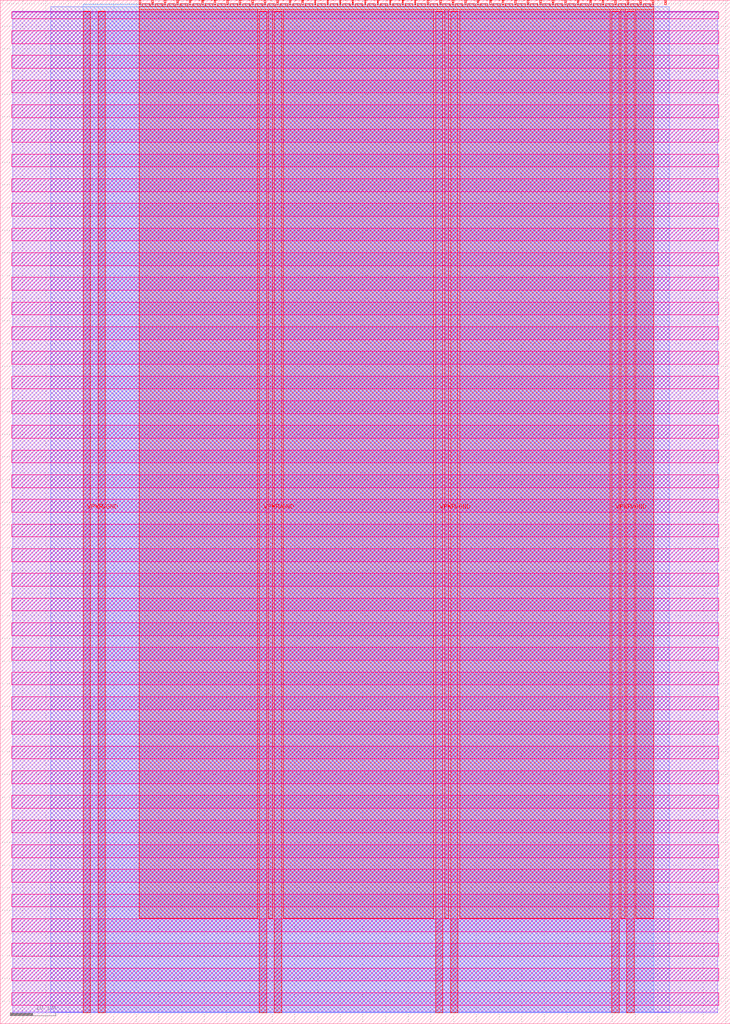
<source format=lef>
VERSION 5.7 ;
  NOWIREEXTENSIONATPIN ON ;
  DIVIDERCHAR "/" ;
  BUSBITCHARS "[]" ;
MACRO tt_um_yuri_panchul_schoolriscv_cpu_with_fibonacci_program
  CLASS BLOCK ;
  FOREIGN tt_um_yuri_panchul_schoolriscv_cpu_with_fibonacci_program ;
  ORIGIN 0.000 0.000 ;
  SIZE 161.000 BY 225.760 ;
  PIN VGND
    DIRECTION INOUT ;
    USE GROUND ;
    PORT
      LAYER met4 ;
        RECT 21.580 2.480 23.180 223.280 ;
    END
    PORT
      LAYER met4 ;
        RECT 60.450 2.480 62.050 223.280 ;
    END
    PORT
      LAYER met4 ;
        RECT 99.320 2.480 100.920 223.280 ;
    END
    PORT
      LAYER met4 ;
        RECT 138.190 2.480 139.790 223.280 ;
    END
  END VGND
  PIN VPWR
    DIRECTION INOUT ;
    USE POWER ;
    PORT
      LAYER met4 ;
        RECT 18.280 2.480 19.880 223.280 ;
    END
    PORT
      LAYER met4 ;
        RECT 57.150 2.480 58.750 223.280 ;
    END
    PORT
      LAYER met4 ;
        RECT 96.020 2.480 97.620 223.280 ;
    END
    PORT
      LAYER met4 ;
        RECT 134.890 2.480 136.490 223.280 ;
    END
  END VPWR
  PIN clk
    DIRECTION INPUT ;
    USE SIGNAL ;
    ANTENNAGATEAREA 0.852000 ;
    PORT
      LAYER met4 ;
        RECT 143.830 224.760 144.130 225.760 ;
    END
  END clk
  PIN ena
    DIRECTION INPUT ;
    USE SIGNAL ;
    PORT
      LAYER met4 ;
        RECT 146.590 224.760 146.890 225.760 ;
    END
  END ena
  PIN rst_n
    DIRECTION INPUT ;
    USE SIGNAL ;
    ANTENNAGATEAREA 0.196500 ;
    PORT
      LAYER met4 ;
        RECT 141.070 224.760 141.370 225.760 ;
    END
  END rst_n
  PIN ui_in[0]
    DIRECTION INPUT ;
    USE SIGNAL ;
    PORT
      LAYER met4 ;
        RECT 138.310 224.760 138.610 225.760 ;
    END
  END ui_in[0]
  PIN ui_in[1]
    DIRECTION INPUT ;
    USE SIGNAL ;
    PORT
      LAYER met4 ;
        RECT 135.550 224.760 135.850 225.760 ;
    END
  END ui_in[1]
  PIN ui_in[2]
    DIRECTION INPUT ;
    USE SIGNAL ;
    PORT
      LAYER met4 ;
        RECT 132.790 224.760 133.090 225.760 ;
    END
  END ui_in[2]
  PIN ui_in[3]
    DIRECTION INPUT ;
    USE SIGNAL ;
    PORT
      LAYER met4 ;
        RECT 130.030 224.760 130.330 225.760 ;
    END
  END ui_in[3]
  PIN ui_in[4]
    DIRECTION INPUT ;
    USE SIGNAL ;
    PORT
      LAYER met4 ;
        RECT 127.270 224.760 127.570 225.760 ;
    END
  END ui_in[4]
  PIN ui_in[5]
    DIRECTION INPUT ;
    USE SIGNAL ;
    PORT
      LAYER met4 ;
        RECT 124.510 224.760 124.810 225.760 ;
    END
  END ui_in[5]
  PIN ui_in[6]
    DIRECTION INPUT ;
    USE SIGNAL ;
    PORT
      LAYER met4 ;
        RECT 121.750 224.760 122.050 225.760 ;
    END
  END ui_in[6]
  PIN ui_in[7]
    DIRECTION INPUT ;
    USE SIGNAL ;
    PORT
      LAYER met4 ;
        RECT 118.990 224.760 119.290 225.760 ;
    END
  END ui_in[7]
  PIN uio_in[0]
    DIRECTION INPUT ;
    USE SIGNAL ;
    PORT
      LAYER met4 ;
        RECT 116.230 224.760 116.530 225.760 ;
    END
  END uio_in[0]
  PIN uio_in[1]
    DIRECTION INPUT ;
    USE SIGNAL ;
    PORT
      LAYER met4 ;
        RECT 113.470 224.760 113.770 225.760 ;
    END
  END uio_in[1]
  PIN uio_in[2]
    DIRECTION INPUT ;
    USE SIGNAL ;
    PORT
      LAYER met4 ;
        RECT 110.710 224.760 111.010 225.760 ;
    END
  END uio_in[2]
  PIN uio_in[3]
    DIRECTION INPUT ;
    USE SIGNAL ;
    PORT
      LAYER met4 ;
        RECT 107.950 224.760 108.250 225.760 ;
    END
  END uio_in[3]
  PIN uio_in[4]
    DIRECTION INPUT ;
    USE SIGNAL ;
    PORT
      LAYER met4 ;
        RECT 105.190 224.760 105.490 225.760 ;
    END
  END uio_in[4]
  PIN uio_in[5]
    DIRECTION INPUT ;
    USE SIGNAL ;
    PORT
      LAYER met4 ;
        RECT 102.430 224.760 102.730 225.760 ;
    END
  END uio_in[5]
  PIN uio_in[6]
    DIRECTION INPUT ;
    USE SIGNAL ;
    PORT
      LAYER met4 ;
        RECT 99.670 224.760 99.970 225.760 ;
    END
  END uio_in[6]
  PIN uio_in[7]
    DIRECTION INPUT ;
    USE SIGNAL ;
    PORT
      LAYER met4 ;
        RECT 96.910 224.760 97.210 225.760 ;
    END
  END uio_in[7]
  PIN uio_oe[0]
    DIRECTION OUTPUT ;
    USE SIGNAL ;
    ANTENNADIFFAREA 0.445500 ;
    PORT
      LAYER met4 ;
        RECT 49.990 224.760 50.290 225.760 ;
    END
  END uio_oe[0]
  PIN uio_oe[1]
    DIRECTION OUTPUT ;
    USE SIGNAL ;
    ANTENNADIFFAREA 0.445500 ;
    PORT
      LAYER met4 ;
        RECT 47.230 224.760 47.530 225.760 ;
    END
  END uio_oe[1]
  PIN uio_oe[2]
    DIRECTION OUTPUT ;
    USE SIGNAL ;
    ANTENNADIFFAREA 0.445500 ;
    PORT
      LAYER met4 ;
        RECT 44.470 224.760 44.770 225.760 ;
    END
  END uio_oe[2]
  PIN uio_oe[3]
    DIRECTION OUTPUT ;
    USE SIGNAL ;
    ANTENNADIFFAREA 0.445500 ;
    PORT
      LAYER met4 ;
        RECT 41.710 224.760 42.010 225.760 ;
    END
  END uio_oe[3]
  PIN uio_oe[4]
    DIRECTION OUTPUT ;
    USE SIGNAL ;
    ANTENNADIFFAREA 0.445500 ;
    PORT
      LAYER met4 ;
        RECT 38.950 224.760 39.250 225.760 ;
    END
  END uio_oe[4]
  PIN uio_oe[5]
    DIRECTION OUTPUT ;
    USE SIGNAL ;
    ANTENNADIFFAREA 0.445500 ;
    PORT
      LAYER met4 ;
        RECT 36.190 224.760 36.490 225.760 ;
    END
  END uio_oe[5]
  PIN uio_oe[6]
    DIRECTION OUTPUT ;
    USE SIGNAL ;
    ANTENNADIFFAREA 0.445500 ;
    PORT
      LAYER met4 ;
        RECT 33.430 224.760 33.730 225.760 ;
    END
  END uio_oe[6]
  PIN uio_oe[7]
    DIRECTION OUTPUT ;
    USE SIGNAL ;
    ANTENNADIFFAREA 0.445500 ;
    PORT
      LAYER met4 ;
        RECT 30.670 224.760 30.970 225.760 ;
    END
  END uio_oe[7]
  PIN uio_out[0]
    DIRECTION OUTPUT ;
    USE SIGNAL ;
    ANTENNADIFFAREA 0.445500 ;
    PORT
      LAYER met4 ;
        RECT 72.070 224.760 72.370 225.760 ;
    END
  END uio_out[0]
  PIN uio_out[1]
    DIRECTION OUTPUT ;
    USE SIGNAL ;
    ANTENNADIFFAREA 0.445500 ;
    PORT
      LAYER met4 ;
        RECT 69.310 224.760 69.610 225.760 ;
    END
  END uio_out[1]
  PIN uio_out[2]
    DIRECTION OUTPUT ;
    USE SIGNAL ;
    ANTENNADIFFAREA 0.445500 ;
    PORT
      LAYER met4 ;
        RECT 66.550 224.760 66.850 225.760 ;
    END
  END uio_out[2]
  PIN uio_out[3]
    DIRECTION OUTPUT ;
    USE SIGNAL ;
    ANTENNADIFFAREA 0.445500 ;
    PORT
      LAYER met4 ;
        RECT 63.790 224.760 64.090 225.760 ;
    END
  END uio_out[3]
  PIN uio_out[4]
    DIRECTION OUTPUT ;
    USE SIGNAL ;
    ANTENNADIFFAREA 0.445500 ;
    PORT
      LAYER met4 ;
        RECT 61.030 224.760 61.330 225.760 ;
    END
  END uio_out[4]
  PIN uio_out[5]
    DIRECTION OUTPUT ;
    USE SIGNAL ;
    ANTENNADIFFAREA 0.795200 ;
    PORT
      LAYER met4 ;
        RECT 58.270 224.760 58.570 225.760 ;
    END
  END uio_out[5]
  PIN uio_out[6]
    DIRECTION OUTPUT ;
    USE SIGNAL ;
    ANTENNADIFFAREA 0.795200 ;
    PORT
      LAYER met4 ;
        RECT 55.510 224.760 55.810 225.760 ;
    END
  END uio_out[6]
  PIN uio_out[7]
    DIRECTION OUTPUT ;
    USE SIGNAL ;
    ANTENNADIFFAREA 0.795200 ;
    PORT
      LAYER met4 ;
        RECT 52.750 224.760 53.050 225.760 ;
    END
  END uio_out[7]
  PIN uo_out[0]
    DIRECTION OUTPUT ;
    USE SIGNAL ;
    ANTENNADIFFAREA 0.445500 ;
    PORT
      LAYER met4 ;
        RECT 94.150 224.760 94.450 225.760 ;
    END
  END uo_out[0]
  PIN uo_out[1]
    DIRECTION OUTPUT ;
    USE SIGNAL ;
    ANTENNADIFFAREA 0.445500 ;
    PORT
      LAYER met4 ;
        RECT 91.390 224.760 91.690 225.760 ;
    END
  END uo_out[1]
  PIN uo_out[2]
    DIRECTION OUTPUT ;
    USE SIGNAL ;
    ANTENNADIFFAREA 0.445500 ;
    PORT
      LAYER met4 ;
        RECT 88.630 224.760 88.930 225.760 ;
    END
  END uo_out[2]
  PIN uo_out[3]
    DIRECTION OUTPUT ;
    USE SIGNAL ;
    ANTENNADIFFAREA 0.445500 ;
    PORT
      LAYER met4 ;
        RECT 85.870 224.760 86.170 225.760 ;
    END
  END uo_out[3]
  PIN uo_out[4]
    DIRECTION OUTPUT ;
    USE SIGNAL ;
    ANTENNADIFFAREA 0.445500 ;
    PORT
      LAYER met4 ;
        RECT 83.110 224.760 83.410 225.760 ;
    END
  END uo_out[4]
  PIN uo_out[5]
    DIRECTION OUTPUT ;
    USE SIGNAL ;
    ANTENNADIFFAREA 0.445500 ;
    PORT
      LAYER met4 ;
        RECT 80.350 224.760 80.650 225.760 ;
    END
  END uo_out[5]
  PIN uo_out[6]
    DIRECTION OUTPUT ;
    USE SIGNAL ;
    ANTENNADIFFAREA 0.445500 ;
    PORT
      LAYER met4 ;
        RECT 77.590 224.760 77.890 225.760 ;
    END
  END uo_out[6]
  PIN uo_out[7]
    DIRECTION OUTPUT ;
    USE SIGNAL ;
    ANTENNADIFFAREA 0.445500 ;
    PORT
      LAYER met4 ;
        RECT 74.830 224.760 75.130 225.760 ;
    END
  END uo_out[7]
  OBS
      LAYER nwell ;
        RECT 2.570 221.625 158.430 223.230 ;
        RECT 2.570 216.185 158.430 219.015 ;
        RECT 2.570 210.745 158.430 213.575 ;
        RECT 2.570 205.305 158.430 208.135 ;
        RECT 2.570 199.865 158.430 202.695 ;
        RECT 2.570 194.425 158.430 197.255 ;
        RECT 2.570 188.985 158.430 191.815 ;
        RECT 2.570 183.545 158.430 186.375 ;
        RECT 2.570 178.105 158.430 180.935 ;
        RECT 2.570 172.665 158.430 175.495 ;
        RECT 2.570 167.225 158.430 170.055 ;
        RECT 2.570 161.785 158.430 164.615 ;
        RECT 2.570 156.345 158.430 159.175 ;
        RECT 2.570 150.905 158.430 153.735 ;
        RECT 2.570 145.465 158.430 148.295 ;
        RECT 2.570 140.025 158.430 142.855 ;
        RECT 2.570 134.585 158.430 137.415 ;
        RECT 2.570 129.145 158.430 131.975 ;
        RECT 2.570 123.705 158.430 126.535 ;
        RECT 2.570 118.265 158.430 121.095 ;
        RECT 2.570 112.825 158.430 115.655 ;
        RECT 2.570 107.385 158.430 110.215 ;
        RECT 2.570 101.945 158.430 104.775 ;
        RECT 2.570 96.505 158.430 99.335 ;
        RECT 2.570 91.065 158.430 93.895 ;
        RECT 2.570 85.625 158.430 88.455 ;
        RECT 2.570 80.185 158.430 83.015 ;
        RECT 2.570 74.745 158.430 77.575 ;
        RECT 2.570 69.305 158.430 72.135 ;
        RECT 2.570 63.865 158.430 66.695 ;
        RECT 2.570 58.425 158.430 61.255 ;
        RECT 2.570 52.985 158.430 55.815 ;
        RECT 2.570 47.545 158.430 50.375 ;
        RECT 2.570 42.105 158.430 44.935 ;
        RECT 2.570 36.665 158.430 39.495 ;
        RECT 2.570 31.225 158.430 34.055 ;
        RECT 2.570 25.785 158.430 28.615 ;
        RECT 2.570 20.345 158.430 23.175 ;
        RECT 2.570 14.905 158.430 17.735 ;
        RECT 2.570 9.465 158.430 12.295 ;
        RECT 2.570 4.025 158.430 6.855 ;
      LAYER li1 ;
        RECT 2.760 2.635 158.240 223.125 ;
      LAYER met1 ;
        RECT 2.760 2.480 158.240 223.280 ;
      LAYER met2 ;
        RECT 11.140 2.535 147.560 224.245 ;
      LAYER met3 ;
        RECT 18.290 2.555 144.170 224.900 ;
      LAYER met4 ;
        RECT 31.370 224.360 33.030 224.905 ;
        RECT 34.130 224.360 35.790 224.905 ;
        RECT 36.890 224.360 38.550 224.905 ;
        RECT 39.650 224.360 41.310 224.905 ;
        RECT 42.410 224.360 44.070 224.905 ;
        RECT 45.170 224.360 46.830 224.905 ;
        RECT 47.930 224.360 49.590 224.905 ;
        RECT 50.690 224.360 52.350 224.905 ;
        RECT 53.450 224.360 55.110 224.905 ;
        RECT 56.210 224.360 57.870 224.905 ;
        RECT 58.970 224.360 60.630 224.905 ;
        RECT 61.730 224.360 63.390 224.905 ;
        RECT 64.490 224.360 66.150 224.905 ;
        RECT 67.250 224.360 68.910 224.905 ;
        RECT 70.010 224.360 71.670 224.905 ;
        RECT 72.770 224.360 74.430 224.905 ;
        RECT 75.530 224.360 77.190 224.905 ;
        RECT 78.290 224.360 79.950 224.905 ;
        RECT 81.050 224.360 82.710 224.905 ;
        RECT 83.810 224.360 85.470 224.905 ;
        RECT 86.570 224.360 88.230 224.905 ;
        RECT 89.330 224.360 90.990 224.905 ;
        RECT 92.090 224.360 93.750 224.905 ;
        RECT 94.850 224.360 96.510 224.905 ;
        RECT 97.610 224.360 99.270 224.905 ;
        RECT 100.370 224.360 102.030 224.905 ;
        RECT 103.130 224.360 104.790 224.905 ;
        RECT 105.890 224.360 107.550 224.905 ;
        RECT 108.650 224.360 110.310 224.905 ;
        RECT 111.410 224.360 113.070 224.905 ;
        RECT 114.170 224.360 115.830 224.905 ;
        RECT 116.930 224.360 118.590 224.905 ;
        RECT 119.690 224.360 121.350 224.905 ;
        RECT 122.450 224.360 124.110 224.905 ;
        RECT 125.210 224.360 126.870 224.905 ;
        RECT 127.970 224.360 129.630 224.905 ;
        RECT 130.730 224.360 132.390 224.905 ;
        RECT 133.490 224.360 135.150 224.905 ;
        RECT 136.250 224.360 137.910 224.905 ;
        RECT 139.010 224.360 140.670 224.905 ;
        RECT 141.770 224.360 143.430 224.905 ;
        RECT 30.655 223.680 144.145 224.360 ;
        RECT 30.655 23.295 56.750 223.680 ;
        RECT 59.150 23.295 60.050 223.680 ;
        RECT 62.450 23.295 95.620 223.680 ;
        RECT 98.020 23.295 98.920 223.680 ;
        RECT 101.320 23.295 134.490 223.680 ;
        RECT 136.890 23.295 137.790 223.680 ;
        RECT 140.190 23.295 144.145 223.680 ;
  END
END tt_um_yuri_panchul_schoolriscv_cpu_with_fibonacci_program
END LIBRARY


</source>
